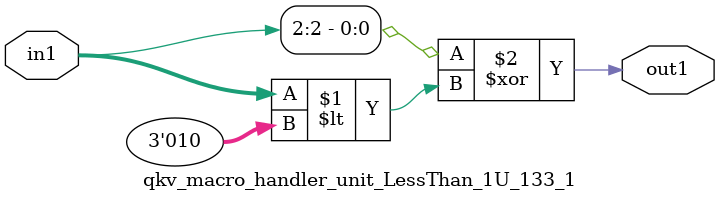
<source format=v>

`timescale 1ps / 1ps


module qkv_macro_handler_unit_LessThan_1U_133_1( in1, out1 );

    input [2:0] in1;
    output out1;

    
    // rtl_process:qkv_macro_handler_unit_LessThan_1U_133_1/qkv_macro_handler_unit_LessThan_1U_133_1_thread_1
    assign out1 = (in1[2] ^ in1 < 3'd2);

endmodule



</source>
